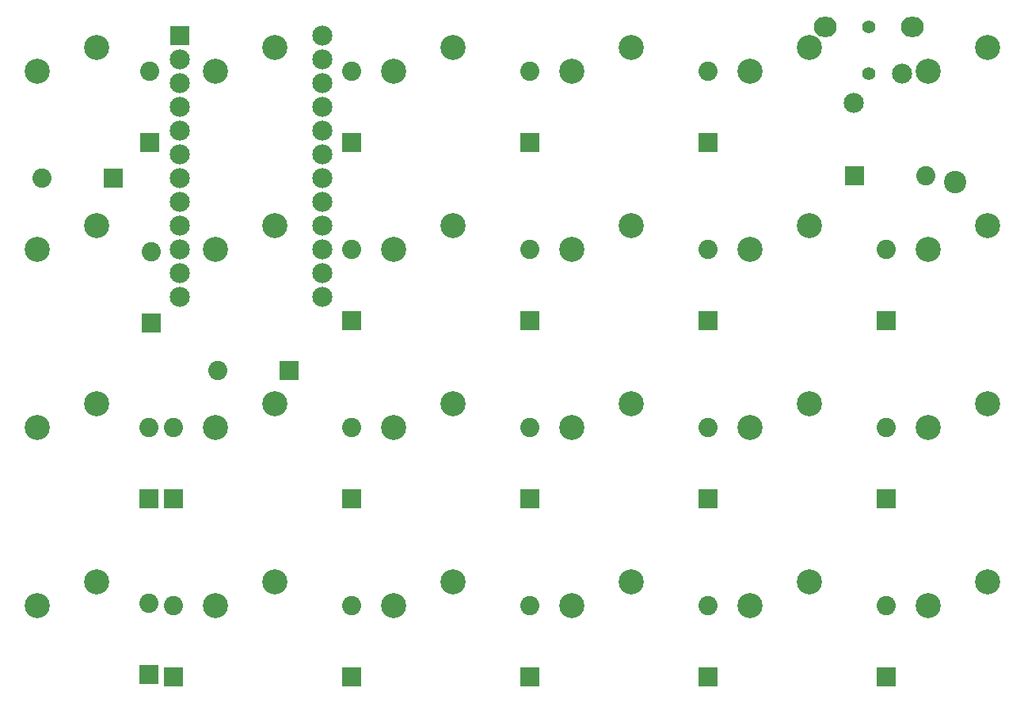
<source format=gbr>
G04 #@! TF.FileFunction,Soldermask,Top*
%FSLAX46Y46*%
G04 Gerber Fmt 4.6, Leading zero omitted, Abs format (unit mm)*
G04 Created by KiCad (PCBNEW 4.0.2-stable) date 11/23/2016 1:41:37 PM*
%MOMM*%
G01*
G04 APERTURE LIST*
%ADD10C,0.100000*%
%ADD11R,2.152600X2.152600*%
%ADD12C,2.152600*%
%ADD13C,2.686000*%
%ADD14C,2.051000*%
%ADD15R,2.051000X2.051000*%
%ADD16O,2.457400X2.152600*%
%ADD17C,1.390600*%
%ADD18C,2.398980*%
G04 APERTURE END LIST*
D10*
D11*
X52070000Y-34290000D03*
D12*
X52070000Y-36830000D03*
X52070000Y-39370000D03*
X52070000Y-41910000D03*
X52070000Y-44450000D03*
X52070000Y-46990000D03*
X52070000Y-49530000D03*
X52070000Y-52070000D03*
X52070000Y-54610000D03*
X52070000Y-57150000D03*
X52070000Y-59690000D03*
X52070000Y-62230000D03*
X67310000Y-62230000D03*
X67310000Y-59690000D03*
X67310000Y-57150000D03*
X67310000Y-54610000D03*
X67310000Y-52070000D03*
X67310000Y-49530000D03*
X67310000Y-46990000D03*
X67310000Y-39370000D03*
X67310000Y-36830000D03*
X67310000Y-34290000D03*
X67310000Y-44450000D03*
X67310000Y-41910000D03*
D13*
X62230000Y-35560000D03*
X55880000Y-38100000D03*
D14*
X37338000Y-49530000D03*
D15*
X44958000Y-49530000D03*
D14*
X49022000Y-57404000D03*
D15*
X49022000Y-65024000D03*
D14*
X48768000Y-76200000D03*
D15*
X48768000Y-83820000D03*
D14*
X48768000Y-94996000D03*
D15*
X48768000Y-102616000D03*
D14*
X48895000Y-38100000D03*
D15*
X48895000Y-45720000D03*
D14*
X56134000Y-70104000D03*
D15*
X63754000Y-70104000D03*
D14*
X51435000Y-76200000D03*
D15*
X51435000Y-83820000D03*
D14*
X51435000Y-95250000D03*
D15*
X51435000Y-102870000D03*
D14*
X70485000Y-38100000D03*
D15*
X70485000Y-45720000D03*
D14*
X70485000Y-57150000D03*
D15*
X70485000Y-64770000D03*
D14*
X70485000Y-76200000D03*
D15*
X70485000Y-83820000D03*
D14*
X70485000Y-95250000D03*
D15*
X70485000Y-102870000D03*
D14*
X89535000Y-38100000D03*
D15*
X89535000Y-45720000D03*
D14*
X89535000Y-57150000D03*
D15*
X89535000Y-64770000D03*
D14*
X89535000Y-76200000D03*
D15*
X89535000Y-83820000D03*
D14*
X89535000Y-95250000D03*
D15*
X89535000Y-102870000D03*
D14*
X108585000Y-38100000D03*
D15*
X108585000Y-45720000D03*
D14*
X108585000Y-57150000D03*
D15*
X108585000Y-64770000D03*
D14*
X108585000Y-76200000D03*
D15*
X108585000Y-83820000D03*
D14*
X108585000Y-95250000D03*
D15*
X108585000Y-102870000D03*
D14*
X131826000Y-49276000D03*
D15*
X124206000Y-49276000D03*
D14*
X127635000Y-57150000D03*
D15*
X127635000Y-64770000D03*
D14*
X127635000Y-76200000D03*
D15*
X127635000Y-83820000D03*
D14*
X127635000Y-95250000D03*
D15*
X127635000Y-102870000D03*
D13*
X43180000Y-35560000D03*
X36830000Y-38100000D03*
X43180000Y-54610000D03*
X36830000Y-57150000D03*
X43180000Y-73660000D03*
X36830000Y-76200000D03*
X43180000Y-92710000D03*
X36830000Y-95250000D03*
X62230000Y-54610000D03*
X55880000Y-57150000D03*
X62230000Y-73660000D03*
X55880000Y-76200000D03*
X62230000Y-92710000D03*
X55880000Y-95250000D03*
X81280000Y-35560000D03*
X74930000Y-38100000D03*
X81280000Y-54610000D03*
X74930000Y-57150000D03*
X81280000Y-73660000D03*
X74930000Y-76200000D03*
X81280000Y-92710000D03*
X74930000Y-95250000D03*
X100330000Y-35560000D03*
X93980000Y-38100000D03*
X100330000Y-54610000D03*
X93980000Y-57150000D03*
X100330000Y-73660000D03*
X93980000Y-76200000D03*
X100330000Y-92710000D03*
X93980000Y-95250000D03*
X119380000Y-35560000D03*
X113030000Y-38100000D03*
X119380000Y-54610000D03*
X113030000Y-57150000D03*
X119380000Y-73660000D03*
X113030000Y-76200000D03*
X119380000Y-92710000D03*
X113030000Y-95250000D03*
X138430000Y-35560000D03*
X132080000Y-38100000D03*
X138430000Y-54610000D03*
X132080000Y-57150000D03*
X138430000Y-73660000D03*
X132080000Y-76200000D03*
X138430000Y-92710000D03*
X132080000Y-95250000D03*
D16*
X121081800Y-33375600D03*
D12*
X129336800Y-38379400D03*
X124129800Y-41478200D03*
D16*
X130378200Y-33375600D03*
D17*
X125730000Y-33375600D03*
X125730000Y-38379400D03*
D18*
X135000000Y-50000000D03*
M02*

</source>
